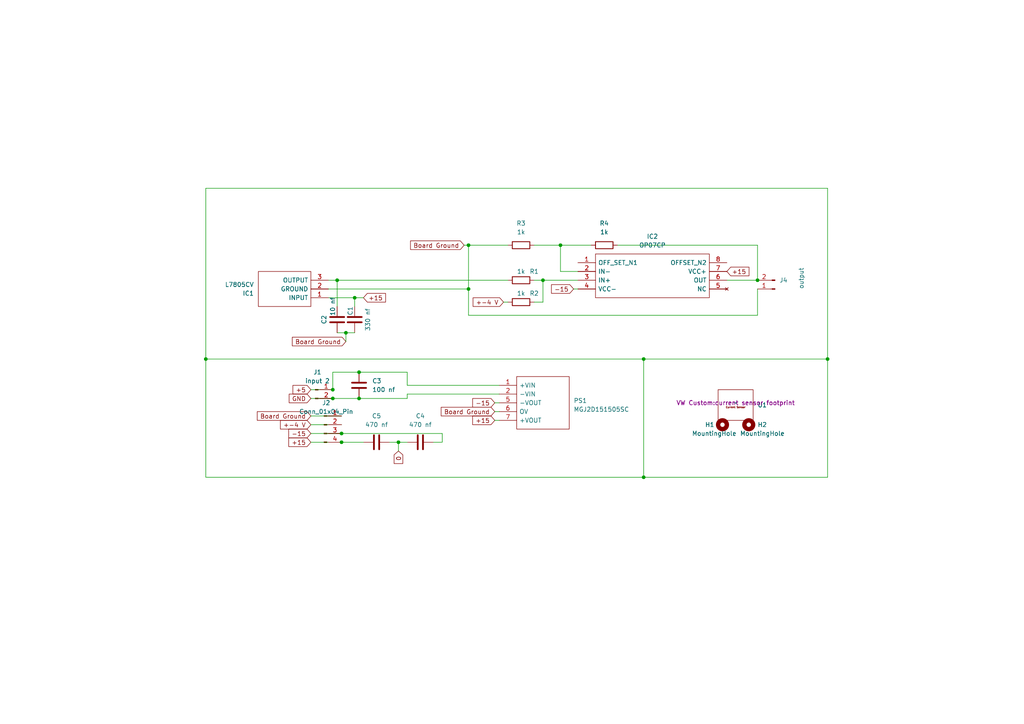
<source format=kicad_sch>
(kicad_sch (version 20230121) (generator eeschema)
  (paper "A4")
  (title_block (title "Current Sensor Board"))
  (lib_symbols
    (symbol "Connector:Conn_01x02_Pin" (pin_names (offset 1.016) hide)
      (property "Reference" "J" (at 0 2.54 0))
      (property "Value" "Conn_01x02_Pin" (at 0 -5.08 0))
      (symbol "Conn_01x02_Pin_1_1"
        (polyline (pts (xy 1.27 -2.54) (xy 0.8636 -2.54)) (stroke (width 0.1524)))
        (polyline (pts (xy 1.27 0) (xy 0.8636 0)) (stroke (width 0.1524)))
        (rectangle (start 0.8636 -2.413) (end 0 -2.667) (stroke (width 0.1524)) (fill (type outline)))
        (rectangle (start 0.8636 0.127) (end 0 -0.127) (stroke (width 0.1524)) (fill (type outline)))
        (pin passive line (at 5.08 0 180) (length 3.81) (name "Pin_1") (number "1"))
        (pin passive line (at 5.08 -2.54 180) (length 3.81) (name "Pin_2") (number "2"))
      )
    )
    (symbol "Connector:Conn_01x04_Pin" (pin_names (offset 1.016) hide)
      (property "Reference" "J" (at 0 5.08 0))
      (property "Value" "Conn_01x04_Pin" (at 0 -7.62 0))
      (symbol "Conn_01x04_Pin_1_1"
        (polyline (pts (xy 1.27 -5.08) (xy 0.8636 -5.08)) (stroke (width 0.1524)))
        (polyline (pts (xy 1.27 -2.54) (xy 0.8636 -2.54)) (stroke (width 0.1524)))
        (polyline (pts (xy 1.27 0) (xy 0.8636 0)) (stroke (width 0.1524)))
        (polyline (pts (xy 1.27 2.54) (xy 0.8636 2.54)) (stroke (width 0.1524)))
        (rectangle (start 0.8636 -4.953) (end 0 -5.207) (stroke (width 0.1524)) (fill (type outline)))
        (rectangle (start 0.8636 -2.413) (end 0 -2.667) (stroke (width 0.1524)) (fill (type outline)))
        (rectangle (start 0.8636 0.127) (end 0 -0.127) (stroke (width 0.1524)) (fill (type outline)))
        (rectangle (start 0.8636 2.667) (end 0 2.413) (stroke (width 0.1524)) (fill (type outline)))
        (pin passive line (at 5.08 2.54 180) (length 3.81) (name "Pin_1") (number "1"))
        (pin passive line (at 5.08 0 180) (length 3.81) (name "Pin_2") (number "2"))
        (pin passive line (at 5.08 -2.54 180) (length 3.81) (name "Pin_3") (number "3"))
        (pin passive line (at 5.08 -5.08 180) (length 3.81) (name "Pin_4") (number "4"))
      )
    )
    (symbol "Device:C" (pin_numbers hide) (pin_names (offset 0.254))
      (property "Reference" "C" (at 0.635 2.54 0))
      (property "Value" "C" (at 0.635 -2.54 0))
      (symbol "C_0_1"
        (polyline (pts (xy -2.032 -0.762) (xy 2.032 -0.762)) (stroke (width 0.508)))
        (polyline (pts (xy -2.032 0.762) (xy 2.032 0.762)) (stroke (width 0.508)))
      )
      (symbol "C_1_1"
        (pin passive line (at 0 3.81 270) (length 2.794) (name "~") (number "1"))
        (pin passive line (at 0 -3.81 90) (length 2.794) (name "~") (number "2"))
      )
    )
    (symbol "Device:R" (pin_numbers hide) (pin_names (offset 0))
      (property "Reference" "R" (at 2.032 0 90))
      (property "Value" "R" (at 0 0 90))
      (symbol "R_0_1"
        (rectangle (start -1.016 -2.54) (end 1.016 2.54) (stroke (width 0.254)))
      )
      (symbol "R_1_1"
        (pin passive line (at 0 3.81 270) (length 1.27) (name "~") (number "1"))
        (pin passive line (at 0 -3.81 90) (length 1.27) (name "~") (number "2"))
      )
    )
    (symbol "Mechanical:MountingHole" (pin_names (offset 1.016))
      (property "Reference" "H" (at 0 5.08 0))
      (property "Value" "MountingHole" (at 0 3.175 0))
      (symbol "MountingHole_0_1"
        (circle (center 0 0) (radius 1.27) (stroke (width 1.27)))
      )
    )
    (symbol "SamacSys_Parts:L7805CV" (pin_names (offset 0.762))
      (property "Reference" "IC" (at 21.59 7.62 0))
      (property "Value" "L7805CV" (at 21.59 5.08 0))
      (symbol "L7805CV_0_0"
        (pin passive line (at 0 0 0) (length 5.08) (name "INPUT") (number "1"))
        (pin passive line (at 0 -2.54 0) (length 5.08) (name "GROUND") (number "2"))
        (pin passive line (at 0 -5.08 0) (length 5.08) (name "OUTPUT") (number "3"))
      )
      (symbol "L7805CV_0_1"
        (polyline (pts (xy 5.08 2.54) (xy 20.32 2.54) (xy 20.32 -7.62) (xy 5.08 -7.62) (xy 5.08 2.54)) (stroke (width 0.1524)))
      )
    )
    (symbol "SamacSys_Parts:MGJ2D151505SC" (pin_names (offset 0.762))
      (property "Reference" "PS" (at 21.59 7.62 0))
      (property "Value" "MGJ2D151505SC" (at 21.59 5.08 0))
      (symbol "MGJ2D151505SC_0_0"
        (pin passive line (at 0 0 0) (length 5.08) (name "+VIN") (number "1"))
        (pin passive line (at 0 -2.54 0) (length 5.08) (name "-VIN") (number "2"))
        (pin passive line (at 0 -5.08 0) (length 5.08) (name "-VOUT") (number "5"))
        (pin passive line (at 0 -7.62 0) (length 5.08) (name "OV") (number "6"))
        (pin passive line (at 0 -10.16 0) (length 5.08) (name "+VOUT") (number "7"))
      )
      (symbol "MGJ2D151505SC_0_1"
        (polyline (pts (xy 5.08 2.54) (xy 20.32 2.54) (xy 20.32 -12.7) (xy 5.08 -12.7) (xy 5.08 2.54)) (stroke (width 0.1524)))
      )
    )
    (symbol "SamacSys_Parts:OP07CP" (pin_names (offset 0.762))
      (property "Reference" "IC" (at 39.37 7.62 0))
      (property "Value" "OP07CP" (at 39.37 5.08 0))
      (symbol "OP07CP_0_0"
        (pin passive line (at 0 0 0) (length 5.08) (name "OFF_SET_N1") (number "1"))
        (pin passive line (at 0 -2.54 0) (length 5.08) (name "IN-") (number "2"))
        (pin passive line (at 0 -5.08 0) (length 5.08) (name "IN+") (number "3"))
        (pin passive line (at 0 -7.62 0) (length 5.08) (name "VCC-") (number "4"))
        (pin no_connect line (at 43.18 -7.62 180) (length 5.08) (name "NC") (number "5"))
        (pin passive line (at 43.18 -5.08 180) (length 5.08) (name "OUT") (number "6"))
        (pin passive line (at 43.18 -2.54 180) (length 5.08) (name "VCC+") (number "7"))
        (pin passive line (at 43.18 0 180) (length 5.08) (name "OFFSET_N2") (number "8"))
      )
      (symbol "OP07CP_0_1"
        (polyline (pts (xy 5.08 2.54) (xy 38.1 2.54) (xy 38.1 -10.16) (xy 5.08 -10.16) (xy 5.08 2.54)) (stroke (width 0.1524)))
      )
    )
    (symbol "VW Custom Symbols:Current_Sensor"
      (property "Reference" "U" (at 0 5.08 0))
      (symbol "Current_Sensor_0_1"
        (rectangle (start -5.08 3.81) (end 5.08 -5.08))
      )
      (symbol "Current_Sensor_1_1"
        (text "Current Sensor\n" (at 0 -1.27 0) (effects (font (size 0.5 0.5))))
      )
    )
  )
  (junction (at 97.79 81.28))
  (junction (at 99.06 128.27))
  (junction (at 135.89 83.82))
  (junction (at 240.03 104.14))
  (junction (at 100.33 96.52))
  (junction (at 157.48 81.28))
  (junction (at 96.52 113.03))
  (junction (at 104.14 107.95))
  (junction (at 115.57 128.27))
  (junction (at 135.89 71.12))
  (junction (at 102.87 86.36))
  (junction (at 162.56 71.12))
  (junction (at 59.69 104.14))
  (junction (at 186.69 138.43))
  (junction (at 99.06 125.73))
  (junction (at 104.14 115.57))
  (junction (at 219.71 81.28))
  (junction (at 186.69 104.14))
  (junction (at 96.52 115.57))
  (wire (pts (xy 134.62 71.12) (xy 135.89 71.12)))
  (wire (pts (xy 115.57 128.27) (xy 115.57 130.81)))
  (wire (pts (xy 113.03 128.27) (xy 115.57 128.27)))
  (wire (pts (xy 135.89 71.12) (xy 147.32 71.12)))
  (wire (pts (xy 99.06 125.73) (xy 128.27 125.73)))
  (wire (pts (xy 99.06 120.65) (xy 90.17 120.65)))
  (wire (pts (xy 100.33 96.52) (xy 102.87 96.52)))
  (wire (pts (xy 90.17 128.27) (xy 99.06 128.27)))
  (wire (pts (xy 95.25 81.28) (xy 97.79 81.28)))
  (wire (pts (xy 95.25 83.82) (xy 135.89 83.82)))
  (wire (pts (xy 166.37 83.82) (xy 167.64 83.82)))
  (wire (pts (xy 240.03 138.43) (xy 186.69 138.43)))
  (wire (pts (xy 157.48 81.28) (xy 157.48 87.63)))
  (wire (pts (xy 147.32 87.63) (xy 146.05 87.63)))
  (wire (pts (xy 143.51 119.38) (xy 144.78 119.38)))
  (wire (pts (xy 167.64 78.74) (xy 162.56 78.74)))
  (wire (pts (xy 219.71 71.12) (xy 219.71 81.28)))
  (wire (pts (xy 219.71 91.44) (xy 135.89 91.44)))
  (wire (pts (xy 186.69 104.14) (xy 186.69 138.43)))
  (wire (pts (xy 219.71 83.82) (xy 219.71 91.44)))
  (wire (pts (xy 97.79 81.28) (xy 97.79 88.9)))
  (wire (pts (xy 135.89 83.82) (xy 135.89 91.44)))
  (wire (pts (xy 104.14 115.57) (xy 118.11 115.57)))
  (wire (pts (xy 96.52 107.95) (xy 104.14 107.95)))
  (wire (pts (xy 210.82 81.28) (xy 219.71 81.28)))
  (wire (pts (xy 96.52 113.03) (xy 96.52 107.95)))
  (wire (pts (xy 59.69 104.14) (xy 59.69 54.61)))
  (wire (pts (xy 240.03 104.14) (xy 240.03 138.43)))
  (wire (pts (xy 167.64 81.28) (xy 157.48 81.28)))
  (wire (pts (xy 118.11 107.95) (xy 118.11 111.76)))
  (wire (pts (xy 59.69 138.43) (xy 59.69 104.14)))
  (wire (pts (xy 179.07 71.12) (xy 219.71 71.12)))
  (wire (pts (xy 97.79 81.28) (xy 147.32 81.28)))
  (wire (pts (xy 118.11 114.3) (xy 144.78 114.3)))
  (wire (pts (xy 59.69 104.14) (xy 186.69 104.14)))
  (wire (pts (xy 99.06 123.19) (xy 90.17 123.19)))
  (wire (pts (xy 118.11 114.3) (xy 118.11 115.57)))
  (wire (pts (xy 186.69 138.43) (xy 59.69 138.43)))
  (wire (pts (xy 143.51 121.92) (xy 144.78 121.92)))
  (wire (pts (xy 100.33 96.52) (xy 100.33 99.06)))
  (wire (pts (xy 118.11 111.76) (xy 144.78 111.76)))
  (wire (pts (xy 157.48 87.63) (xy 154.94 87.63)))
  (wire (pts (xy 59.69 54.61) (xy 240.03 54.61)))
  (wire (pts (xy 90.17 113.03) (xy 96.52 113.03)))
  (wire (pts (xy 240.03 54.61) (xy 240.03 104.14)))
  (wire (pts (xy 102.87 86.36) (xy 102.87 88.9)))
  (wire (pts (xy 128.27 128.27) (xy 128.27 125.73)))
  (wire (pts (xy 154.94 71.12) (xy 162.56 71.12)))
  (wire (pts (xy 99.06 128.27) (xy 105.41 128.27)))
  (wire (pts (xy 97.79 96.52) (xy 100.33 96.52)))
  (wire (pts (xy 104.14 107.95) (xy 118.11 107.95)))
  (wire (pts (xy 135.89 71.12) (xy 135.89 83.82)))
  (wire (pts (xy 90.17 115.57) (xy 96.52 115.57)))
  (wire (pts (xy 90.17 125.73) (xy 99.06 125.73)))
  (wire (pts (xy 115.57 128.27) (xy 118.11 128.27)))
  (wire (pts (xy 95.25 86.36) (xy 102.87 86.36)))
  (wire (pts (xy 143.51 116.84) (xy 144.78 116.84)))
  (wire (pts (xy 125.73 128.27) (xy 128.27 128.27)))
  (wire (pts (xy 96.52 115.57) (xy 104.14 115.57)))
  (wire (pts (xy 102.87 86.36) (xy 105.41 86.36)))
  (wire (pts (xy 186.69 104.14) (xy 240.03 104.14)))
  (wire (pts (xy 162.56 78.74) (xy 162.56 71.12)))
  (wire (pts (xy 171.45 71.12) (xy 162.56 71.12)))
  (wire (pts (xy 157.48 81.28) (xy 154.94 81.28)))
  (global_label "0" (shape input) (at 115.57 130.81 270) (property "Intersheetrefs" "${INTERSHEET_REFS}" (effects hide)))
  (global_label "-15" (shape input) (at 90.17 125.73 180) (property "Intersheetrefs" "${INTERSHEET_REFS}" (effects hide)))
  (global_label "-15" (shape input) (at 166.37 83.82 180) (property "Intersheetrefs" "${INTERSHEET_REFS}" (effects hide)))
  (global_label "+15" (shape input) (at 210.82 78.74 0) (property "Intersheetrefs" "${INTERSHEET_REFS}" (effects hide)))
  (global_label "+-4 V" (shape input) (at 90.17 123.19 180) (property "Intersheetrefs" "${INTERSHEET_REFS}" (effects hide)))
  (global_label "-15" (shape input) (at 143.51 116.84 180) (property "Intersheetrefs" "${INTERSHEET_REFS}" (effects hide)))
  (global_label "Board Ground" (shape input) (at 100.33 99.06 180) (property "Intersheetrefs" "${INTERSHEET_REFS}" (effects hide)))
  (global_label "+15" (shape input) (at 105.41 86.36 0) (property "Intersheetrefs" "${INTERSHEET_REFS}" (effects hide)))
  (global_label "+-4 V" (shape input) (at 146.05 87.63 180) (property "Intersheetrefs" "${INTERSHEET_REFS}" (effects hide)))
  (global_label "+15" (shape input) (at 143.51 121.92 180) (property "Intersheetrefs" "${INTERSHEET_REFS}" (effects hide)))
  (global_label "+15" (shape input) (at 90.17 128.27 180) (property "Intersheetrefs" "${INTERSHEET_REFS}" (effects hide)))
  (global_label "+5" (shape input) (at 90.17 113.03 180) (property "Intersheetrefs" "${INTERSHEET_REFS}" (effects hide)))
  (global_label "GND" (shape input) (at 90.17 115.57 180) (property "Intersheetrefs" "${INTERSHEET_REFS}" (effects hide)))
  (global_label "Board Ground" (shape input) (at 90.17 120.65 180) (property "Intersheetrefs" "${INTERSHEET_REFS}" (effects hide)))
  (global_label "Board Ground" (shape input) (at 143.51 119.38 180) (property "Intersheetrefs" "${INTERSHEET_REFS}" (effects hide)))
  (global_label "Board Ground" (shape input) (at 134.62 71.12 180) (property "Intersheetrefs" "${INTERSHEET_REFS}" (effects hide)))
  (symbol (lib_id "Device:C") (at 104.14 111.76 0) (unit 1)
    (property "Reference" "C3" (at 107.95 110.49 0) (effects (justify left)))
    (property "Value" "100 nf" (at 107.95 113.03 0) (effects (justify left)))
    (property "Footprint" "Capacitor_SMD:C_0805_2012Metric" (effects hide))
  )
  (symbol (lib_id "Mechanical:MountingHole") (at 209.55 123.19 0) (unit 1)
    (property "Reference" "H1" (at 204.47 123.19 0) (effects (justify left)))
    (property "Value" "MountingHole" (at 200.66 125.73 0) (effects (justify left)))
    (property "Footprint" "MountingHole:MountingHole_2.7mm" (effects hide))
  )
  (symbol (lib_id "Connector:Conn_01x02_Pin") (at 224.79 83.82 180) (unit 1)
    (property "Reference" "J4" (at 226.06 81.28 0) (effects (justify right)))
    (property "Value" "output" (at 232.41 83.82 90) (effects (justify right)))
    (property "Footprint" "Connector_PinHeader_2.54mm:PinHeader_1x02_P2.54mm_Vertical" (effects hide))
  )
  (symbol (lib_id "VW Custom Symbols:Current_Sensor") (at 213.36 116.84 0) (unit 1)
    (property "Reference" "U1" (at 219.71 117.475 0) (effects (justify left)))
    (property "Value" "~" (at 213.36 116.84 0))
    (property "Footprint" "VW Custom:current sensor footprint" (at 213.36 116.84 0))
  )
  (symbol (lib_id "Connector:Conn_01x04_Pin") (at 93.98 123.19 0) (unit 1)
    (property "Reference" "J2" (at 94.615 116.84 0))
    (property "Value" "Conn_01x04_Pin" (at 94.615 119.38 0))
    (property "Footprint" "Connector_PinHeader_2.54mm:PinHeader_1x04_P2.54mm_Vertical" (effects hide))
  )
  (symbol (lib_id "Device:C") (at 97.79 92.71 180) (unit 1)
    (property "Reference" "C2" (at 93.98 92.71 90))
    (property "Value" "10 nf" (at 96.52 88.9 90))
    (property "Footprint" "Capacitor_SMD:C_0805_2012Metric" (effects hide))
  )
  (symbol (lib_id "Device:R") (at 175.26 71.12 90) (unit 1)
    (property "Reference" "R4" (at 175.26 64.77 90))
    (property "Value" "1k" (at 175.26 67.31 90))
    (property "Footprint" "Resistor_SMD:R_0805_2012Metric" (effects hide))
  )
  (symbol (lib_id "SamacSys_Parts:L7805CV") (at 95.25 86.36 180) (unit 1)
    (property "Reference" "IC1" (at 73.66 85.09 0) (effects (justify left)))
    (property "Value" "L7805CV" (at 73.66 82.55 0) (effects (justify left)))
    (property "Footprint" "TO255P460X1020X2008-3P" (effects hide))
    (property "Datasheet" "http://www.st.com/web/en/resource/technical/document/datasheet/CD00000444.pdf" (effects hide))
    (property "Description" "Linear voltage regulator,L7805CV 5V 1.5A STMicroelectronics L7805CV, Single Linear Voltage Regulator, 1.5A 5 V, 3-Pin TO-220" (effects hide))
    (property "Height" "4.6" (effects hide))
    (property "Manufacturer_Name" "STMicroelectronics" (effects hide))
    (property "Manufacturer_Part_Number" "L7805CV" (effects hide))
    (property "Mouser Part Number" "511-L7805CV" (effects hide))
    (property "Mouser Price/Stock" "https://www.mouser.co.uk/ProductDetail/STMicroelectronics/L7805CV?qs=9NrABl3fj%2FqplZAHiYUxWg%3D%3D" (effects hide))
    (property "Arrow Part Number" "L7805CV" (effects hide))
    (property "Arrow Price/Stock" "https://www.arrow.com/en/products/l7805cv/stmicroelectronics?region=europe" (effects hide))
  )
  (symbol (lib_id "Connector:Conn_01x02_Pin") (at 91.44 113.03 0) (unit 1)
    (property "Reference" "J1" (at 92.075 107.95 0))
    (property "Value" "input 2" (at 92.075 110.49 0))
    (property "Footprint" "Connector_PinHeader_2.54mm:PinHeader_1x02_P2.54mm_Vertical" (effects hide))
  )
  (symbol (lib_id "Device:R") (at 151.13 81.28 90) (unit 1)
    (property "Reference" "R1" (at 154.94 78.74 90))
    (property "Value" "1k" (at 151.13 78.74 90))
    (property "Footprint" "Resistor_SMD:R_0805_2012Metric" (effects hide))
  )
  (symbol (lib_id "Device:C") (at 121.92 128.27 90) (unit 1)
    (property "Reference" "C4" (at 121.92 120.65 90))
    (property "Value" "470 nf" (at 121.92 123.19 90))
    (property "Footprint" "Capacitor_SMD:C_0805_2012Metric" (effects hide))
  )
  (symbol (lib_id "Device:C") (at 102.87 92.71 180) (unit 1)
    (property "Reference" "C1" (at 101.6 90.17 90))
    (property "Value" "330 nf" (at 106.68 92.71 90))
    (property "Footprint" "Capacitor_SMD:C_0805_2012Metric" (effects hide))
  )
  (symbol (lib_id "SamacSys_Parts:MGJ2D151505SC") (at 144.78 111.76 0) (unit 1)
    (property "Reference" "PS1" (at 166.37 116.205 0) (effects (justify left)))
    (property "Value" "MGJ2D151505SC" (at 166.37 118.745 0) (effects (justify left)))
    (property "Footprint" "MGJ2D151505SC" (effects hide))
    (property "Datasheet" "http://power.murata.com/data/power/ncl/kdc_mgj2.pdf" (effects hide))
    (property "Description" "DC/DC Converters" (effects hide))
    (property "Height" "12.75" (effects hide))
    (property "Manufacturer_Name" "Murata Electronics" (effects hide))
    (property "Manufacturer_Part_Number" "MGJ2D151505SC" (effects hide))
    (property "Mouser Part Number" "580-MGJ2D151505SC" (effects hide))
    (property "Mouser Price/Stock" "https://www.mouser.co.uk/ProductDetail/Murata-Power-Solutions/MGJ2D151505SC?qs=xLDY6iXSiQYIfXYEkf8RzA%3D%3D" (effects hide))
    (property "Arrow Part Number" "MGJ2D151505SC" (effects hide))
    (property "Arrow Price/Stock" "https://www.arrow.com/en/products/mgj2d151505sc/murata-power-solutions?region=nac" (effects hide))
  )
  (symbol (lib_id "Device:C") (at 109.22 128.27 90) (unit 1)
    (property "Reference" "C5" (at 109.22 120.65 90))
    (property "Value" "470 nf" (at 109.22 123.19 90))
    (property "Footprint" "Capacitor_SMD:C_0805_2012Metric" (effects hide))
  )
  (symbol (lib_id "Device:R") (at 151.13 87.63 90) (unit 1)
    (property "Reference" "R2" (at 154.94 85.09 90))
    (property "Value" "1k" (at 151.13 85.09 90))
    (property "Footprint" "Resistor_SMD:R_0805_2012Metric" (effects hide))
  )
  (symbol (lib_id "SamacSys_Parts:OP07CP") (at 167.64 76.2 0) (unit 1)
    (property "Reference" "IC2" (at 189.23 68.58 0))
    (property "Value" "OP07CP" (at 189.23 71.12 0))
    (property "Footprint" "DIP794W53P254L959H508Q8N" (effects hide))
    (property "Datasheet" "http://www.ti.com/lit/ds/symlink/op07c.pdf" (effects hide))
    (property "Description" "Low-Offset voltage (0.25mV) single operational amplifier" (effects hide))
    (property "Height" "5.08" (effects hide))
    (property "Manufacturer_Name" "Texas Instruments" (effects hide))
    (property "Manufacturer_Part_Number" "OP07CP" (effects hide))
    (property "Mouser Part Number" "595-OP07CP" (effects hide))
    (property "Mouser Price/Stock" "https://www.mouser.co.uk/ProductDetail/Texas-Instruments/OP07CP?qs=6gY4t2uohMymBHeKbShN1A%3D%3D" (effects hide))
    (property "Arrow Part Number" "OP07CP" (effects hide))
    (property "Arrow Price/Stock" "https://www.arrow.com/en/products/op07cp/texas-instruments?region=nac" (effects hide))
  )
  (symbol (lib_id "Device:R") (at 151.13 71.12 270) (unit 1)
    (property "Reference" "R3" (at 151.13 64.77 90))
    (property "Value" "1k" (at 151.13 67.31 90))
    (property "Footprint" "Resistor_SMD:R_0805_2012Metric" (effects hide))
  )
  (symbol (lib_id "Mechanical:MountingHole") (at 217.17 123.19 0) (unit 1)
    (property "Reference" "H2" (at 219.71 123.19 0) (effects (justify left)))
    (property "Value" "MountingHole" (at 214.63 125.73 0) (effects (justify left)))
    (property "Footprint" "MountingHole:MountingHole_4.3mm_M4" (effects hide))
  )
)
</source>
